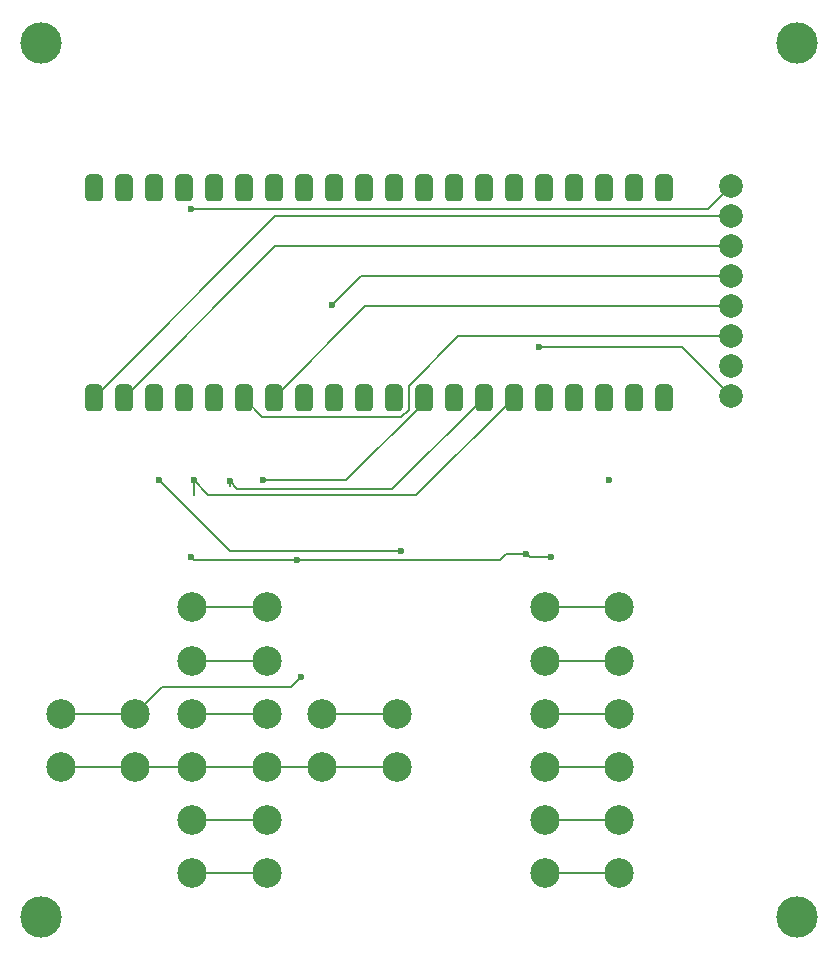
<source format=gbr>
%TF.GenerationSoftware,KiCad,Pcbnew,9.0.2*%
%TF.CreationDate,2025-07-03T12:37:50-06:00*%
%TF.ProjectId,seedsigner-luckfox-shipit,73656564-7369-4676-9e65-722d6c75636b,rev?*%
%TF.SameCoordinates,Original*%
%TF.FileFunction,Copper,L2,Bot*%
%TF.FilePolarity,Positive*%
%FSLAX46Y46*%
G04 Gerber Fmt 4.6, Leading zero omitted, Abs format (unit mm)*
G04 Created by KiCad (PCBNEW 9.0.2) date 2025-07-03 12:37:50*
%MOMM*%
%LPD*%
G01*
G04 APERTURE LIST*
G04 Aperture macros list*
%AMRoundRect*
0 Rectangle with rounded corners*
0 $1 Rounding radius*
0 $2 $3 $4 $5 $6 $7 $8 $9 X,Y pos of 4 corners*
0 Add a 4 corners polygon primitive as box body*
4,1,4,$2,$3,$4,$5,$6,$7,$8,$9,$2,$3,0*
0 Add four circle primitives for the rounded corners*
1,1,$1+$1,$2,$3*
1,1,$1+$1,$4,$5*
1,1,$1+$1,$6,$7*
1,1,$1+$1,$8,$9*
0 Add four rect primitives between the rounded corners*
20,1,$1+$1,$2,$3,$4,$5,0*
20,1,$1+$1,$4,$5,$6,$7,0*
20,1,$1+$1,$6,$7,$8,$9,0*
20,1,$1+$1,$8,$9,$2,$3,0*%
G04 Aperture macros list end*
%TA.AperFunction,ComponentPad*%
%ADD10C,2.000000*%
%TD*%
%TA.AperFunction,ComponentPad*%
%ADD11C,2.500000*%
%TD*%
%TA.AperFunction,WasherPad*%
%ADD12C,3.500000*%
%TD*%
%TA.AperFunction,ComponentPad*%
%ADD13RoundRect,0.381000X0.381000X-0.762000X0.381000X0.762000X-0.381000X0.762000X-0.381000X-0.762000X0*%
%TD*%
%TA.AperFunction,ViaPad*%
%ADD14C,0.600000*%
%TD*%
%TA.AperFunction,Conductor*%
%ADD15C,0.200000*%
%TD*%
G04 APERTURE END LIST*
D10*
%TO.P,LCD1,1,BL*%
%TO.N,BACKLIGHT_PWM*%
X61450000Y-15060000D03*
%TO.P,LCD1,2,RST*%
%TO.N,LCD_RST*%
X61450000Y-17600000D03*
%TO.P,LCD1,3,DC*%
%TO.N,LCD_DC*%
X61450000Y-20140000D03*
%TO.P,LCD1,4,SPI_CS*%
%TO.N,SPI_CS*%
X61450000Y-22680000D03*
%TO.P,LCD1,5,SPI_SCLK*%
%TO.N,SPI_SCLK*%
X61450000Y-25220000D03*
%TO.P,LCD1,6,SPI_MOSI*%
%TO.N,SPI_MOSI*%
X61450000Y-27760000D03*
%TO.P,LCD1,7,GND*%
%TO.N,GND*%
X61450000Y-30300000D03*
%TO.P,LCD1,8,VCC*%
%TO.N,+3.3V*%
X61450000Y-32840000D03*
%TD*%
D11*
%TO.P,SW1,1,1*%
%TO.N,KEY1*%
X45700000Y-50750000D03*
X52000000Y-50750000D03*
%TO.P,SW1,2,2*%
%TO.N,GND*%
X45700000Y-55250000D03*
X52000000Y-55250000D03*
%TD*%
%TO.P,SW6,1,1*%
%TO.N,JOYSTICK_UP*%
X15850000Y-50750000D03*
X22150000Y-50750000D03*
%TO.P,SW6,2,2*%
%TO.N,GND*%
X15850000Y-55250000D03*
X22150000Y-55250000D03*
%TD*%
%TO.P,SW8,1,1*%
%TO.N,JOYSTICK_PRESS*%
X15850000Y-59750000D03*
X22150000Y-59750000D03*
%TO.P,SW8,2,2*%
%TO.N,GND*%
X15850000Y-64250000D03*
X22150000Y-64250000D03*
%TD*%
%TO.P,SW3,1,1*%
%TO.N,KEY3*%
X45700000Y-68750000D03*
X52000000Y-68750000D03*
%TO.P,SW3,2,2*%
%TO.N,GND*%
X45700000Y-73250000D03*
X52000000Y-73250000D03*
%TD*%
D12*
%TO.P,H1,*%
%TO.N,*%
X3000000Y-3000000D03*
%TD*%
D11*
%TO.P,SW4,1,1*%
%TO.N,JOYSTICK_LEFT*%
X4700000Y-59750000D03*
X11000000Y-59750000D03*
%TO.P,SW4,2,2*%
%TO.N,GND*%
X4700000Y-64250000D03*
X11000000Y-64250000D03*
%TD*%
%TO.P,SW5,1,1*%
%TO.N,JOYSTICK_RIGHT*%
X26850000Y-59750000D03*
X33150000Y-59750000D03*
%TO.P,SW5,2,2*%
%TO.N,GND*%
X26850000Y-64250000D03*
X33150000Y-64250000D03*
%TD*%
D12*
%TO.P,H4,*%
%TO.N,*%
X3000000Y-77000000D03*
%TD*%
D11*
%TO.P,SW7,1,1*%
%TO.N,JOYSTICK_DOWN*%
X15850000Y-68750000D03*
X22150000Y-68750000D03*
%TO.P,SW7,2,2*%
%TO.N,GND*%
X15850000Y-73250000D03*
X22150000Y-73250000D03*
%TD*%
D12*
%TO.P,H2,*%
%TO.N,*%
X67000000Y-3000000D03*
%TD*%
D11*
%TO.P,SW2,1,1*%
%TO.N,KEY2*%
X45700000Y-59750000D03*
X52000000Y-59750000D03*
%TO.P,SW2,2,2*%
%TO.N,GND*%
X45700000Y-64250000D03*
X52000000Y-64250000D03*
%TD*%
D12*
%TO.P,H3,*%
%TO.N,*%
X67000000Y-77000000D03*
%TD*%
D13*
%TO.P,U1,1,UART2_TX_M1/GPIO1_B2_d*%
%TO.N,KEY3*%
X55740000Y-33000000D03*
%TO.P,U1,2,UART2_RX_M1/GPIO1_B3_d*%
%TO.N,KEY2*%
X53200000Y-33000000D03*
%TO.P,U1,3,GND*%
%TO.N,unconnected-(U1-GND-Pad3)*%
X50660000Y-33000000D03*
%TO.P,U1,4,UART4_CTS_M1/GPIO1_C7_d*%
%TO.N,KEY1*%
X48120000Y-33000000D03*
%TO.P,U1,5,UART4_RTS_M1/GPIO1_C6_d*%
%TO.N,JOYSTICK_RIGHT*%
X45580000Y-33000000D03*
%TO.P,U1,6,UART4_TX_M1/GPIO1_C5_d*%
%TO.N,JOYSTICK_DOWN*%
X43040000Y-33000000D03*
%TO.P,U1,7,UART4_RX_M1/GPIO1_C4_d*%
%TO.N,JOYSTICK_PRESS*%
X40500000Y-33000000D03*
%TO.P,U1,8,GND*%
%TO.N,unconnected-(U1-GND-Pad8)*%
X37960000Y-33000000D03*
%TO.P,U1,9,GPIO1_D4_d*%
%TO.N,JOYSTICK_UP*%
X35420000Y-33000000D03*
%TO.P,U1,10,GPIO1_D3_d*%
%TO.N,JOYSTICK_LEFT*%
X32880000Y-33000000D03*
%TO.P,U1,11,GPIO2_B1_d*%
%TO.N,unconnected-(U1-GPIO2_B1_d-Pad11)*%
X30340000Y-33000000D03*
%TO.P,U1,12,GPIO2_C0_d*%
%TO.N,SPI_CS*%
X27800000Y-33000000D03*
%TO.P,U1,13,GND*%
%TO.N,unconnected-(U1-GND-Pad13)*%
X25260000Y-33000000D03*
%TO.P,U1,14,GPIO1_C1_d*%
%TO.N,SPI_SCLK*%
X22720000Y-33000000D03*
%TO.P,U1,15,GPIO1_C2_d*%
%TO.N,SPI_MOSI*%
X20180000Y-33000000D03*
%TO.P,U1,16,GPIO1_C3_d*%
%TO.N,unconnected-(U1-GPIO1_C3_d-Pad16)*%
X17640000Y-33000000D03*
%TO.P,U1,17,GPIO2_B0_d*%
%TO.N,BACKLIGHT_PWM*%
X15100000Y-33000000D03*
%TO.P,U1,18,GND*%
%TO.N,unconnected-(U1-GND-Pad18)*%
X12560000Y-33000000D03*
%TO.P,U1,19,GPIO1_D0_d*%
%TO.N,LCD_DC*%
X10020000Y-33000000D03*
%TO.P,U1,20,GPIO1_D1_d*%
%TO.N,LCD_RST*%
X7480000Y-33000000D03*
%TO.P,U1,21,GPIO2_A4_d*%
%TO.N,unconnected-(U1-GPIO2_A4_d-Pad21)*%
X7480000Y-15220000D03*
%TO.P,U1,22,GPIO2_A5_d*%
%TO.N,unconnected-(U1-GPIO2_A5_d-Pad22)*%
X10020000Y-15220000D03*
%TO.P,U1,23,GND*%
%TO.N,unconnected-(U1-GND-Pad23)*%
X12560000Y-15220000D03*
%TO.P,U1,24,GPIO2_D0_d*%
%TO.N,unconnected-(U1-GPIO2_D0_d-Pad24)*%
X15100000Y-15220000D03*
%TO.P,U1,25,GPIO2_A1_d*%
%TO.N,unconnected-(U1-GPIO2_A1_d-Pad25)*%
X17640000Y-15220000D03*
%TO.P,U1,26,GPIO2_A2_d*%
%TO.N,unconnected-(U1-GPIO2_A2_d-Pad26)*%
X20180000Y-15220000D03*
%TO.P,U1,27,GPIO2_A3_d*%
%TO.N,unconnected-(U1-GPIO2_A3_d-Pad27)*%
X22720000Y-15220000D03*
%TO.P,U1,28,GND*%
%TO.N,unconnected-(U1-GND-Pad28)*%
X25260000Y-15220000D03*
%TO.P,U1,29,GPIO2_A6_d*%
%TO.N,unconnected-(U1-GPIO2_A6_d-Pad29)*%
X27800000Y-15220000D03*
%TO.P,U1,30,NC*%
%TO.N,unconnected-(U1-NC-Pad30)*%
X30340000Y-15220000D03*
%TO.P,U1,31,GPIO4_C0_z*%
%TO.N,unconnected-(U1-GPIO4_C0_z-Pad31)*%
X32880000Y-15220000D03*
%TO.P,U1,32,GPIO4_C1_z*%
%TO.N,unconnected-(U1-GPIO4_C1_z-Pad32)*%
X35420000Y-15220000D03*
%TO.P,U1,33,GND*%
%TO.N,unconnected-(U1-GND-Pad33)*%
X37960000Y-15220000D03*
%TO.P,U1,34,GPIO0_A7_d*%
%TO.N,unconnected-(U1-GPIO0_A7_d-Pad34)*%
X40500000Y-15220000D03*
%TO.P,U1,35,NC*%
%TO.N,unconnected-(U1-NC-Pad35)*%
X43040000Y-15220000D03*
%TO.P,U1,36,3V3(OUT)*%
%TO.N,+3.3V*%
X45580000Y-15220000D03*
%TO.P,U1,37,3V3_EN*%
%TO.N,unconnected-(U1-3V3_EN-Pad37)*%
X48120000Y-15220000D03*
%TO.P,U1,38,GND*%
%TO.N,GND*%
X50660000Y-15220000D03*
%TO.P,U1,39,VSYS*%
%TO.N,VSYS*%
X53200000Y-15220000D03*
%TO.P,U1,40,VBUS*%
%TO.N,VBUS*%
X55740000Y-15220000D03*
%TD*%
D14*
%TO.N,+3.3V*%
X45237500Y-28731600D03*
%TO.N,SPI_CS*%
X27662000Y-25122100D03*
%TO.N,BACKLIGHT_PWM*%
X15700800Y-17043000D03*
%TO.N,JOYSTICK_LEFT*%
X25082100Y-56658600D03*
%TO.N,JOYSTICK_UP*%
X21840600Y-40001100D03*
%TO.N,JOYSTICK_DOWN*%
X15993800Y-40005800D03*
%TO.N,JOYSTICK_PRESS*%
X19000000Y-40087100D03*
%TO.N,JOYSTICK_RIGHT*%
X13061300Y-40000800D03*
X33537500Y-45940400D03*
%TO.N,KEY3*%
X51087500Y-39999600D03*
%TO.N,+3.3V*%
X44100000Y-46219500D03*
X46250000Y-46513300D03*
X24674000Y-46733000D03*
X15763900Y-46513300D03*
%TD*%
D15*
%TO.N,LCD_DC*%
X22880000Y-20140000D02*
X10020000Y-33000000D01*
X61450000Y-20140000D02*
X22880000Y-20140000D01*
%TO.N,SPI_CS*%
X30104100Y-22680000D02*
X27662000Y-25122100D01*
X61450000Y-22680000D02*
X30104100Y-22680000D01*
X27662000Y-25122100D02*
X27800000Y-25122100D01*
X27800000Y-25122100D02*
X27662000Y-25122100D01*
%TO.N,SPI_SCLK*%
X30500000Y-25220000D02*
X61450000Y-25220000D01*
X22720000Y-33000000D02*
X30500000Y-25220000D01*
%TO.N,SPI_MOSI*%
X21779400Y-34599400D02*
X20180000Y-33000000D01*
X33555400Y-34599400D02*
X21779400Y-34599400D01*
X34150100Y-34004700D02*
X33555400Y-34599400D01*
X34150100Y-31981300D02*
X34150100Y-34004700D01*
X38371400Y-27760000D02*
X34150100Y-31981300D01*
X61450000Y-27760000D02*
X38371400Y-27760000D01*
%TO.N,LCD_RST*%
X22880000Y-17600000D02*
X61450000Y-17600000D01*
X7480000Y-33000000D02*
X22880000Y-17600000D01*
%TO.N,BACKLIGHT_PWM*%
X59467000Y-17043000D02*
X15700800Y-17043000D01*
X61450000Y-15060000D02*
X59467000Y-17043000D01*
%TO.N,GND*%
X15850000Y-55250000D02*
X22150000Y-55250000D01*
X22150000Y-64250000D02*
X26850000Y-64250000D01*
X45700000Y-64250000D02*
X52000000Y-64250000D01*
X52000000Y-73250000D02*
X45700000Y-73250000D01*
X33150000Y-64250000D02*
X26850000Y-64250000D01*
X4700000Y-64250000D02*
X11000000Y-64250000D01*
X22150000Y-73250000D02*
X15850000Y-73250000D01*
X52000000Y-55250000D02*
X45700000Y-55250000D01*
X15850000Y-64250000D02*
X14590000Y-64250000D01*
X14590000Y-64250000D02*
X11000000Y-64250000D01*
X14590000Y-64250000D02*
X22150000Y-64250000D01*
%TO.N,JOYSTICK_LEFT*%
X4700000Y-59750000D02*
X11000000Y-59750000D01*
X13250000Y-57500000D02*
X11000000Y-59750000D01*
X24240700Y-57500000D02*
X13250000Y-57500000D01*
X25082100Y-56658600D02*
X24240700Y-57500000D01*
%TO.N,JOYSTICK_UP*%
X15850000Y-50750000D02*
X22150000Y-50750000D01*
X35420000Y-33475500D02*
X35420000Y-33000000D01*
X28894400Y-40001100D02*
X35420000Y-33475500D01*
X21840600Y-40001100D02*
X28894400Y-40001100D01*
%TO.N,JOYSTICK_DOWN*%
X22150000Y-68750000D02*
X15850000Y-68750000D01*
X17209600Y-41221600D02*
X15993800Y-40005800D01*
X34818400Y-41221600D02*
X17209600Y-41221600D01*
X43040000Y-33000000D02*
X34818400Y-41221600D01*
X15993800Y-40005800D02*
X15993800Y-41221600D01*
X15993800Y-41221600D02*
X15993800Y-40005800D01*
%TO.N,JOYSTICK_PRESS*%
X15850000Y-59750000D02*
X22150000Y-59750000D01*
X19630000Y-40717100D02*
X19000000Y-40087100D01*
X32782900Y-40717100D02*
X19630000Y-40717100D01*
X40500000Y-33000000D02*
X32782900Y-40717100D01*
X19000000Y-40087100D02*
X19000000Y-40482600D01*
X19000000Y-40482600D02*
X19000000Y-40087100D01*
%TO.N,JOYSTICK_RIGHT*%
X26850000Y-59750000D02*
X33150000Y-59750000D01*
X19000900Y-45940400D02*
X33537500Y-45940400D01*
X13061300Y-40000800D02*
X19000900Y-45940400D01*
X13061300Y-40000800D02*
X13200000Y-40139500D01*
X13200000Y-40139500D02*
X13061300Y-40000800D01*
%TO.N,KEY3*%
X45700000Y-68750000D02*
X52000000Y-68750000D01*
%TO.N,KEY2*%
X45700000Y-59750000D02*
X52000000Y-59750000D01*
%TO.N,+3.3V*%
X15983600Y-46733000D02*
X15763900Y-46513300D01*
X24674000Y-46733000D02*
X15983600Y-46733000D01*
X44393800Y-46513300D02*
X46250000Y-46513300D01*
X44100000Y-46219500D02*
X44393800Y-46513300D01*
X42375500Y-46219500D02*
X42370300Y-46224700D01*
X44100000Y-46219500D02*
X42375500Y-46219500D01*
X41862000Y-46733000D02*
X24674000Y-46733000D01*
X42370300Y-46224700D02*
X41862000Y-46733000D01*
%TO.N,KEY1*%
X45700000Y-50750000D02*
X52000000Y-50750000D01*
%TO.N,+3.3V*%
X57341600Y-28731600D02*
X45237500Y-28731600D01*
X61450000Y-32840000D02*
X57341600Y-28731600D01*
%TD*%
M02*

</source>
